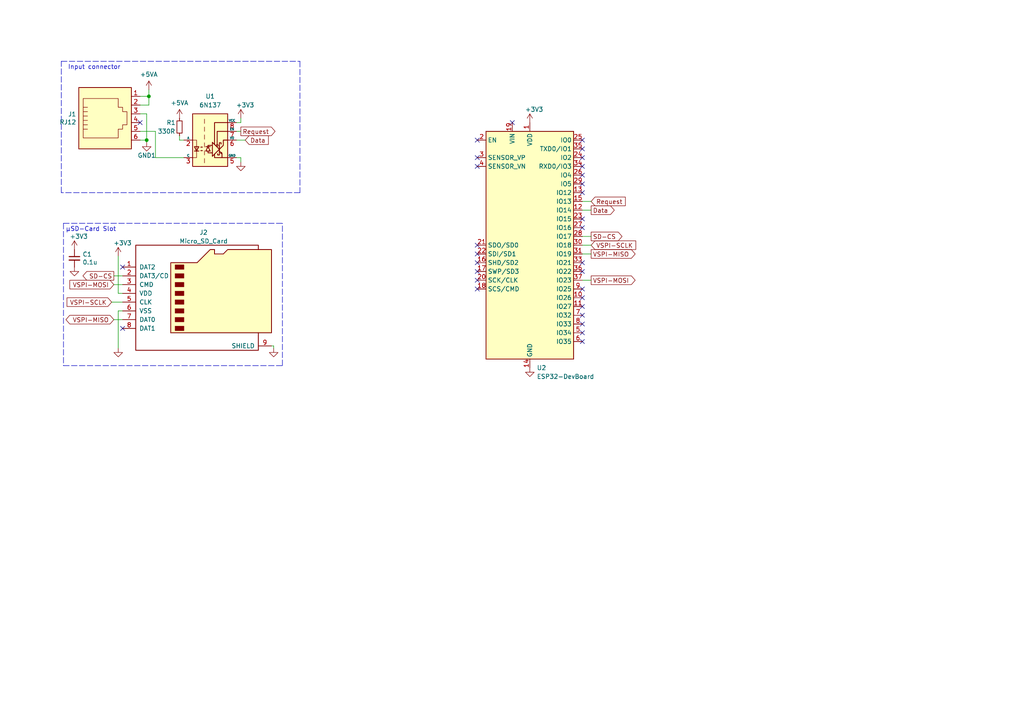
<source format=kicad_sch>
(kicad_sch (version 20211123) (generator eeschema)
  (paper "A4")
  (title_block (title "Data reading circuit") (rev "2") (company "Sani7") (comment 1 "github.com/Sani7/SEM") (comment 2 "(c) Sander Speetjens"))
  (lib_symbols
    (symbol "Connector:Micro_SD_Card" (pin_names (offset 1.016))
      (property "Reference" "J" (at -16.51 15.24 0))
      (property "Value" "Micro_SD_Card" (at 16.51 15.24 0))
      (symbol "Micro_SD_Card_0_1"
        (rectangle (start -7.62 -9.525) (end -5.08 -10.795) (fill (type outline)))
        (rectangle (start -7.62 -6.985) (end -5.08 -8.255) (fill (type outline)))
        (rectangle (start -7.62 -4.445) (end -5.08 -5.715) (fill (type outline)))
        (rectangle (start -7.62 -1.905) (end -5.08 -3.175) (fill (type outline)))
        (rectangle (start -7.62 0.635) (end -5.08 -0.635) (fill (type outline)))
        (rectangle (start -7.62 3.175) (end -5.08 1.905) (fill (type outline)))
        (rectangle (start -7.62 5.715) (end -5.08 4.445) (fill (type outline)))
        (rectangle (start -7.62 8.255) (end -5.08 6.985) (fill (type outline)))
        (polyline (pts (xy 16.51 12.7) (xy 16.51 13.97) (xy -19.05 13.97) (xy -19.05 -16.51) (xy 16.51 -16.51) (xy 16.51 -11.43)) (stroke (width 0.254)))
        (polyline (pts (xy -8.89 -11.43) (xy -8.89 8.89) (xy -1.27 8.89) (xy 2.54 12.7) (xy 3.81 12.7) (xy 3.81 11.43) (xy 6.35 11.43) (xy 7.62 12.7) (xy 20.32 12.7) (xy 20.32 -11.43) (xy -8.89 -11.43)) (stroke (width 0.254)) (fill (type background)))
      )
      (symbol "Micro_SD_Card_1_1"
        (pin bidirectional line (at -22.86 7.62 0) (length 3.81) (name "DAT2") (number "1"))
        (pin bidirectional line (at -22.86 5.08 0) (length 3.81) (name "DAT3/CD") (number "2"))
        (pin input line (at -22.86 2.54 0) (length 3.81) (name "CMD") (number "3"))
        (pin power_in line (at -22.86 0 0) (length 3.81) (name "VDD") (number "4"))
        (pin input line (at -22.86 -2.54 0) (length 3.81) (name "CLK") (number "5"))
        (pin power_in line (at -22.86 -5.08 0) (length 3.81) (name "VSS") (number "6"))
        (pin bidirectional line (at -22.86 -7.62 0) (length 3.81) (name "DAT0") (number "7"))
        (pin bidirectional line (at -22.86 -10.16 0) (length 3.81) (name "DAT1") (number "8"))
        (pin passive line (at 20.32 -15.24 180) (length 3.81) (name "SHIELD") (number "9"))
      )
    )
    (symbol "Connector:RJ12" (pin_names (offset 1.016))
      (property "Reference" "J" (at -5.08 11.43 0))
      (property "Value" "RJ12" (at 2.54 11.43 0))
      (symbol "RJ12_0_1"
        (polyline (pts (xy -6.35 -1.905) (xy -5.08 -1.905) (xy -5.08 -1.905)))
        (polyline (pts (xy -6.35 -0.635) (xy -5.08 -0.635) (xy -5.08 -0.635)))
        (polyline (pts (xy -6.35 0.635) (xy -5.08 0.635) (xy -5.08 0.635)))
        (polyline (pts (xy -6.35 1.905) (xy -5.08 1.905) (xy -5.08 1.905)))
        (polyline (pts (xy -6.35 3.175) (xy -5.08 3.175) (xy -5.08 3.175)))
        (polyline (pts (xy -5.08 4.445) (xy -6.35 4.445) (xy -6.35 4.445)))
        (polyline (pts (xy -6.35 -4.445) (xy -6.35 6.985) (xy 3.81 6.985) (xy 3.81 4.445) (xy 5.08 4.445) (xy 5.08 3.175) (xy 6.35 3.175) (xy 6.35 -0.635) (xy 5.08 -0.635) (xy 5.08 -1.905) (xy 3.81 -1.905) (xy 3.81 -4.445) (xy -6.35 -4.445) (xy -6.35 -4.445)))
        (rectangle (start 7.62 10.16) (end -7.62 -7.62) (stroke (width 0.254)) (fill (type background)))
      )
      (symbol "RJ12_1_1"
        (pin passive line (at 10.16 -5.08 180) (length 2.54) (name "~") (number "1"))
        (pin passive line (at 10.16 -2.54 180) (length 2.54) (name "~") (number "2"))
        (pin passive line (at 10.16 0 180) (length 2.54) (name "~") (number "3"))
        (pin passive line (at 10.16 2.54 180) (length 2.54) (name "~") (number "4"))
        (pin passive line (at 10.16 5.08 180) (length 2.54) (name "~") (number "5"))
        (pin passive line (at 10.16 7.62 180) (length 2.54) (name "~") (number "6"))
      )
    )
    (symbol "Device:C_Small" (pin_numbers hide) (pin_names (offset 0.254) hide)
      (property "Reference" "C" (at 0.254 1.778 0))
      (property "Value" "C_Small" (at 0.254 -2.032 0))
      (symbol "C_Small_0_1"
        (polyline (pts (xy -1.524 -0.508) (xy 1.524 -0.508)) (stroke (width 0.3302)))
        (polyline (pts (xy -1.524 0.508) (xy 1.524 0.508)) (stroke (width 0.3048)))
      )
      (symbol "C_Small_1_1"
        (pin passive line (at 0 2.54 270) (length 2.032) (name "~") (number "1"))
        (pin passive line (at 0 -2.54 90) (length 2.032) (name "~") (number "2"))
      )
    )
    (symbol "Device:R_Small" (pin_numbers hide) (pin_names (offset 0.254) hide)
      (property "Reference" "R" (at 0.762 0.508 0))
      (property "Value" "R_Small" (at 0.762 -1.016 0))
      (symbol "R_Small_0_1"
        (rectangle (start -0.762 1.778) (end 0.762 -1.778) (stroke (width 0.2032)))
      )
      (symbol "R_Small_1_1"
        (pin passive line (at 0 2.54 270) (length 0.762) (name "~") (number "1"))
        (pin passive line (at 0 -2.54 90) (length 0.762) (name "~") (number "2"))
      )
    )
    (symbol "Isolator:6N137" (pin_names (offset 0))
      (property "Reference" "U" (at -4.064 8.89 0))
      (property "Value" "6N137" (at 0 -8.89 0))
      (symbol "6N137_0_1"
        (polyline (pts (xy 2.667 -3.556) (xy 2.667 -1.651)) (stroke (width 0.254)))
        (polyline (pts (xy 2.667 -2.159) (xy 2.667 -2.921)) (stroke (width 0.254)))
        (polyline (pts (xy 3.429 -3.937) (xy 3.429 -5.08)) (stroke (width 0.254)))
        (polyline (pts (xy -0.635 -3.302) (xy -0.635 -3.683) (xy 0.635 -3.683)) (stroke (width 0.254)))
        (polyline (pts (xy -0.635 -1.905) (xy -0.635 -1.524) (xy 0.508 -1.524)) (stroke (width 0.254)))
        (polyline (pts (xy 1.27 -4.064) (xy 1.27 -5.08) (xy 5.08 -5.08)) (stroke (width 0.254)))
        (polyline (pts (xy 1.27 -1.27) (xy 1.27 5.08) (xy 5.08 5.08)) (stroke (width 0.254)))
        (polyline (pts (xy 2.032 -1.27) (xy 2.032 2.54) (xy 5.08 2.54)) (stroke (width 0.254)))
        (polyline (pts (xy -5.08 -5.08) (xy -3.937 -5.08) (xy -3.937 0) (xy -5.08 0)))
        (polyline (pts (xy 2.667 -3.302) (xy 2.667 -4.318) (xy 2.159 -4.318) (xy 2.159 -3.937)) (stroke (width 0.254)))
        (polyline (pts (xy 2.667 -2.667) (xy 0.635 -4.699) (xy 0.635 -0.635) (xy 2.667 -2.667)) (stroke (width 0.254)))
        (polyline (pts (xy 2.667 -1.778) (xy 2.667 -0.762) (xy 3.175 -0.762) (xy 3.175 -1.143)) (stroke (width 0.254)))
        (polyline (pts (xy 2.794 -2.54) (xy 3.81 -1.524) (xy 3.81 0) (xy 5.08 0)) (stroke (width 0.254)))
        (polyline (pts (xy 2.667 -3.175) (xy 3.429 -3.937) (xy 3.302 -3.556) (xy 3.048 -3.81) (xy 3.429 -3.937)) (stroke (width 0.254)))
        (circle (center 2.032 -1.524) (radius 0.254) (stroke (width 0.254)))
      )
      (symbol "6N137_1_1"
        (rectangle (start -5.08 7.62) (end 5.08 -7.62) (stroke (width 0.254)) (fill (type background)))
        (polyline (pts (xy -4.572 -3.175) (xy -3.302 -3.175)) (stroke (width 0.254)))
        (polyline (pts (xy -1.651 -5.334) (xy -1.651 -6.604)))
        (polyline (pts (xy -1.651 -3.048) (xy -1.651 -4.318)))
        (polyline (pts (xy -1.651 -0.762) (xy -1.651 -2.032)))
        (polyline (pts (xy -1.651 1.524) (xy -1.651 0.254)))
        (polyline (pts (xy -1.651 3.81) (xy -1.651 2.54)))
        (polyline (pts (xy -1.651 6.096) (xy -1.651 4.826)))
        (polyline (pts (xy -1.27 -1.905) (xy 0 -1.905)) (stroke (width 0.254)))
        (polyline (pts (xy -3.937 -3.175) (xy -4.572 -1.905) (xy -3.302 -1.905) (xy -3.937 -3.175)) (stroke (width 0.254)))
        (polyline (pts (xy -0.635 -1.905) (xy -1.27 -3.175) (xy 0 -3.175) (xy -0.635 -1.905)) (stroke (width 0.254)))
        (polyline (pts (xy -2.921 -3.048) (xy -2.159 -3.048) (xy -2.54 -3.175) (xy -2.54 -2.921) (xy -2.159 -3.048)) (stroke (width 0.127)))
        (polyline (pts (xy -2.921 -2.032) (xy -2.159 -2.032) (xy -2.54 -2.159) (xy -2.54 -1.905) (xy -2.159 -2.032)) (stroke (width 0.127)))
        (pin no_connect line (at -5.08 5.08 0) (length 2.54) hide (name "NC") (number "1"))
        (pin passive line (at -7.62 0 0) (length 2.54) (name "A") (number "2"))
        (pin passive line (at -7.62 -5.08 0) (length 2.54) (name "C") (number "3"))
        (pin power_in line (at 7.62 -5.08 180) (length 2.54) (name "GND") (number "5"))
        (pin open_collector line (at 7.62 0 180) (length 2.54) (name "VO") (number "6"))
        (pin input line (at 7.62 2.54 180) (length 2.54) (name "EN") (number "7"))
        (pin power_in line (at 7.62 5.08 180) (length 2.54) (name "VCC") (number "8"))
      )
    )
    (symbol "NodeMCU:ESP32-DevBoard"
      (property "Reference" "U" (at -12.7 34.29 0))
      (property "Value" "ESP32-DevBoard" (at 1.27 34.29 0))
      (symbol "ESP32-DevBoard_0_1"
        (rectangle (start -12.7 33.02) (end 12.7 -33.02) (stroke (width 0.254)) (fill (type background)))
      )
      (symbol "ESP32-DevBoard_1_1"
        (pin power_in line (at 0 35.56 270) (length 2.54) (name "VDD") (number "1"))
        (pin bidirectional line (at 15.24 -15.24 180) (length 2.54) (name "IO26") (number "10"))
        (pin bidirectional line (at 15.24 -17.78 180) (length 2.54) (name "IO27") (number "11"))
        (pin bidirectional line (at 15.24 10.16 180) (length 2.54) (name "IO14") (number "12"))
        (pin bidirectional line (at 15.24 15.24 180) (length 2.54) (name "IO12") (number "13"))
        (pin power_in line (at 0 -35.56 90) (length 2.54) (name "GND") (number "14"))
        (pin bidirectional line (at 15.24 12.7 180) (length 2.54) (name "IO13") (number "15"))
        (pin bidirectional line (at -15.24 -5.08 0) (length 2.54) (name "SHD/SD2") (number "16"))
        (pin bidirectional line (at -15.24 -7.62 0) (length 2.54) (name "SWP/SD3") (number "17"))
        (pin bidirectional line (at -15.24 -12.7 0) (length 2.54) (name "SCS/CMD") (number "18"))
        (pin power_in line (at -5.08 35.56 270) (length 2.54) (name "VIN") (number "19"))
        (pin input line (at -15.24 30.48 0) (length 2.54) (name "EN") (number "2"))
        (pin bidirectional line (at -15.24 -10.16 0) (length 2.54) (name "SCK/CLK") (number "20"))
        (pin bidirectional line (at -15.24 0 0) (length 2.54) (name "SDO/SD0") (number "21"))
        (pin bidirectional line (at -15.24 -2.54 0) (length 2.54) (name "SDI/SD1") (number "22"))
        (pin bidirectional line (at 15.24 7.62 180) (length 2.54) (name "IO15") (number "23"))
        (pin bidirectional line (at 15.24 25.4 180) (length 2.54) (name "IO2") (number "24"))
        (pin bidirectional line (at 15.24 30.48 180) (length 2.54) (name "IO0") (number "25"))
        (pin bidirectional line (at 15.24 20.32 180) (length 2.54) (name "IO4") (number "26"))
        (pin bidirectional line (at 15.24 5.08 180) (length 2.54) (name "IO16") (number "27"))
        (pin bidirectional line (at 15.24 2.54 180) (length 2.54) (name "IO17") (number "28"))
        (pin bidirectional line (at 15.24 17.78 180) (length 2.54) (name "IO5") (number "29"))
        (pin input line (at -15.24 25.4 0) (length 2.54) (name "SENSOR_VP") (number "3"))
        (pin bidirectional line (at 15.24 0 180) (length 2.54) (name "IO18") (number "30"))
        (pin bidirectional line (at 15.24 -2.54 180) (length 2.54) (name "IO19") (number "31"))
        (pin passive line (at 0 -35.56 90) (length 2.54) hide (name "GND") (number "32"))
        (pin bidirectional line (at 15.24 -5.08 180) (length 2.54) (name "IO21") (number "33"))
        (pin bidirectional line (at 15.24 22.86 180) (length 2.54) (name "RXD0/IO3") (number "34"))
        (pin bidirectional line (at 15.24 27.94 180) (length 2.54) (name "TXD0/IO1") (number "35"))
        (pin bidirectional line (at 15.24 -7.62 180) (length 2.54) (name "IO22") (number "36"))
        (pin bidirectional line (at 15.24 -10.16 180) (length 2.54) (name "IO23") (number "37"))
        (pin passive line (at 0 -35.56 90) (length 2.54) hide (name "GND") (number "38"))
        (pin input line (at -15.24 22.86 0) (length 2.54) (name "SENSOR_VN") (number "4"))
        (pin input line (at 15.24 -25.4 180) (length 2.54) (name "IO34") (number "5"))
        (pin input line (at 15.24 -27.94 180) (length 2.54) (name "IO35") (number "6"))
        (pin bidirectional line (at 15.24 -20.32 180) (length 2.54) (name "IO32") (number "7"))
        (pin bidirectional line (at 15.24 -22.86 180) (length 2.54) (name "IO33") (number "8"))
        (pin bidirectional line (at 15.24 -12.7 180) (length 2.54) (name "IO25") (number "9"))
      )
    )
    (symbol "power:+3.3V" (power) (pin_names (offset 0))
      (property "Value" "+3.3V" (at 0 3.556 0))
      (symbol "+3.3V_0_1"
        (polyline (pts (xy -0.762 1.27) (xy 0 2.54)))
        (polyline (pts (xy 0 0) (xy 0 2.54)))
        (polyline (pts (xy 0 2.54) (xy 0.762 1.27)))
      )
      (symbol "+3.3V_1_1"
        (pin power_in line (at 0 0 90) (length 0) hide (name "+3V3") (number "1"))
      )
    )
    (symbol "power:+5VA" (power) (pin_names (offset 0))
      (property "Value" "+5VA" (at 0 3.556 0))
      (symbol "+5VA_0_1"
        (polyline (pts (xy -0.762 1.27) (xy 0 2.54)))
        (polyline (pts (xy 0 0) (xy 0 2.54)))
        (polyline (pts (xy 0 2.54) (xy 0.762 1.27)))
      )
      (symbol "+5VA_1_1"
        (pin power_in line (at 0 0 90) (length 0) hide (name "+5VA") (number "1"))
      )
    )
    (symbol "power:GND" (power) (pin_names (offset 0))
      (property "Value" "GND" (at 0 -3.81 0))
      (symbol "GND_0_1"
        (polyline (pts (xy 0 0) (xy 0 -1.27) (xy 1.27 -1.27) (xy 0 -2.54) (xy -1.27 -1.27) (xy 0 -1.27)))
      )
      (symbol "GND_1_1"
        (pin power_in line (at 0 0 270) (length 0) hide (name "GND") (number "1"))
      )
    )
    (symbol "power:GND1" (power) (pin_names (offset 0))
      (property "Value" "GND1" (at 0 -3.81 0))
      (symbol "GND1_0_1"
        (polyline (pts (xy 0 0) (xy 0 -1.27) (xy 1.27 -1.27) (xy 0 -2.54) (xy -1.27 -1.27) (xy 0 -1.27)))
      )
      (symbol "GND1_1_1"
        (pin power_in line (at 0 0 270) (length 0) hide (name "GND1") (number "1"))
      )
    )
  )
  (junction (at 43.18 27.94))
  (junction (at 42.545 40.64))
  (no_connect (at 138.43 45.72))
  (no_connect (at 138.43 48.26))
  (no_connect (at 168.91 88.9))
  (no_connect (at 40.64 35.56))
  (no_connect (at 168.91 86.36))
  (no_connect (at 168.91 93.98))
  (no_connect (at 148.59 35.56))
  (no_connect (at 35.56 95.25))
  (no_connect (at 138.43 40.64))
  (no_connect (at 138.43 76.2))
  (no_connect (at 138.43 78.74))
  (no_connect (at 138.43 81.28))
  (no_connect (at 138.43 83.82))
  (no_connect (at 138.43 71.12))
  (no_connect (at 138.43 73.66))
  (no_connect (at 168.91 91.44))
  (no_connect (at 168.91 96.52))
  (no_connect (at 35.56 77.47))
  (no_connect (at 168.91 99.06))
  (no_connect (at 168.91 83.82))
  (no_connect (at 168.91 78.74))
  (no_connect (at 168.91 40.64))
  (no_connect (at 168.91 43.18))
  (no_connect (at 168.91 45.72))
  (no_connect (at 168.91 48.26))
  (no_connect (at 168.91 50.8))
  (no_connect (at 168.91 53.34))
  (no_connect (at 168.91 55.88))
  (no_connect (at 168.91 63.5))
  (no_connect (at 168.91 66.04))
  (no_connect (at 168.91 76.2))
  (wire (pts (xy 43.18 27.94) (xy 43.18 30.48)))
  (wire (pts (xy 171.45 71.12) (xy 168.91 71.12)))
  (polyline (pts (xy 18.415 64.77) (xy 18.415 106.045)))
  (wire (pts (xy 171.45 58.42) (xy 168.91 58.42)))
  (polyline (pts (xy 17.78 17.78) (xy 86.995 17.78)))
  (wire (pts (xy 52.07 40.64) (xy 53.34 40.64)))
  (wire (pts (xy 42.545 33.02) (xy 42.545 40.64)))
  (wire (pts (xy 45.085 45.72) (xy 53.34 45.72)))
  (wire (pts (xy 171.45 60.96) (xy 168.91 60.96)))
  (polyline (pts (xy 17.78 55.88) (xy 17.78 17.78)))
  (wire (pts (xy 79.375 100.965) (xy 79.375 100.33)))
  (wire (pts (xy 32.385 87.63) (xy 35.56 87.63)))
  (wire (pts (xy 171.45 68.58) (xy 168.91 68.58)))
  (wire (pts (xy 40.64 33.02) (xy 42.545 33.02)))
  (wire (pts (xy 35.56 85.09) (xy 34.29 85.09)))
  (polyline (pts (xy 86.995 55.88) (xy 17.78 55.88)))
  (wire (pts (xy 68.58 38.1) (xy 69.85 38.1)))
  (wire (pts (xy 69.85 45.72) (xy 69.85 46.99)))
  (wire (pts (xy 52.07 39.37) (xy 52.07 40.64)))
  (wire (pts (xy 79.375 100.33) (xy 78.74 100.33)))
  (wire (pts (xy 68.58 35.56) (xy 69.85 35.56)))
  (wire (pts (xy 33.02 80.01) (xy 35.56 80.01)))
  (polyline (pts (xy 86.995 17.78) (xy 86.995 55.88)))
  (wire (pts (xy 171.45 81.28) (xy 168.91 81.28)))
  (wire (pts (xy 43.18 26.035) (xy 43.18 27.94)))
  (wire (pts (xy 45.085 38.1) (xy 45.085 45.72)))
  (wire (pts (xy 68.58 40.64) (xy 71.12 40.64)))
  (polyline (pts (xy 81.915 106.045) (xy 81.915 64.77)))
  (wire (pts (xy 68.58 45.72) (xy 69.85 45.72)))
  (wire (pts (xy 35.56 90.17) (xy 34.29 90.17)))
  (wire (pts (xy 171.45 73.66) (xy 168.91 73.66)))
  (wire (pts (xy 34.29 90.17) (xy 34.29 100.965)))
  (wire (pts (xy 40.64 30.48) (xy 43.18 30.48)))
  (wire (pts (xy 40.64 38.1) (xy 45.085 38.1)))
  (wire (pts (xy 34.29 85.09) (xy 34.29 74.295)))
  (polyline (pts (xy 18.415 64.77) (xy 81.915 64.77)))
  (polyline (pts (xy 18.415 106.045) (xy 81.915 106.045)))
  (wire (pts (xy 69.85 35.56) (xy 69.85 34.29)))
  (wire (pts (xy 40.64 40.64) (xy 42.545 40.64)))
  (wire (pts (xy 42.545 40.64) (xy 42.545 41.275)))
  (wire (pts (xy 40.64 27.94) (xy 43.18 27.94)))
  (wire (pts (xy 33.02 82.55) (xy 35.56 82.55)))
  (wire (pts (xy 33.02 92.71) (xy 35.56 92.71)))
  (text "Input connector" (at 19.685 20.32 0) (effects (font (size 1.27 1.27)) (justify left bottom)))
  (text "µSD-Card Slot" (at 19.05 67.31 0) (effects (font (size 1.27 1.27)) (justify left bottom)))
  (global_label "SD-CS" (shape output) (at 171.45 68.58 0) (property "Intersheet References" "${INTERSHEET_REFS}" (effects hide)))
  (global_label "VSPI-MOSI" (shape input) (at 33.02 82.55 180) (property "Intersheet References" "${INTERSHEET_REFS}" (effects hide)))
  (global_label "Data" (shape output) (at 171.45 60.96 0) (property "Intersheet References" "${INTERSHEET_REFS}" (effects hide)))
  (global_label "Data" (shape input) (at 71.12 40.64 0) (property "Intersheet References" "${INTERSHEET_REFS}" (effects hide)))
  (global_label "VSPI-SCLK" (shape input) (at 171.45 71.12 0) (property "Intersheet References" "${INTERSHEET_REFS}" (effects hide)))
  (global_label "VSPI-MOSI" (shape output) (at 171.45 81.28 0) (property "Intersheet References" "${INTERSHEET_REFS}" (effects hide)))
  (global_label "SD-CS" (shape output) (at 33.02 80.01 180) (property "Intersheet References" "${INTERSHEET_REFS}" (effects hide)))
  (global_label "VSPI-MISO" (shape bidirectional) (at 33.02 92.71 180) (property "Intersheet References" "${INTERSHEET_REFS}" (effects hide)))
  (global_label "Request" (shape output) (at 69.85 38.1 0) (property "Intersheet References" "${INTERSHEET_REFS}" (effects hide)))
  (global_label "Request" (shape input) (at 171.45 58.42 0) (property "Intersheet References" "${INTERSHEET_REFS}" (effects hide)))
  (global_label "VSPI-MISO" (shape output) (at 171.45 73.66 0) (property "Intersheet References" "${INTERSHEET_REFS}" (effects hide)))
  (global_label "VSPI-SCLK" (shape input) (at 32.385 87.63 180) (property "Intersheet References" "${INTERSHEET_REFS}" (effects hide)))
  (symbol (lib_id "Device:C_Small") (at 21.59 74.93 0) (unit 1)
    (property "Reference" "C1" (at 23.9268 73.7616 0) (effects (justify left)))
    (property "Value" "0.1u" (at 23.9268 76.073 0) (effects (justify left)))
    (property "Footprint" "Capacitor_SMD:C_1812_4532Metric" (effects hide))
    (property "Datasheet" "1612213" (effects hide))
  )
  (symbol (lib_id "power:GND") (at 34.29 100.965 0) (unit 1)
    (property "Reference" "#PWR0109" (effects hide))
    (property "Value" "GND" (effects hide))
  )
  (symbol (lib_id "power:GND1") (at 42.545 41.275 0) (unit 1)
    (property "Reference" "#PWR0104" (effects hide))
    (property "Value" "GND1" (at 42.545 45.085 0))
  )
  (symbol (lib_id "power:GND") (at 153.67 106.68 0) (unit 1)
    (property "Reference" "#PWR0112" (effects hide))
    (property "Value" "GND" (effects hide))
  )
  (symbol (lib_id "Isolator:6N137") (at 60.96 40.64 0) (unit 1)
    (property "Reference" "U1" (at 60.96 27.94 0))
    (property "Value" "6N137" (at 60.96 30.48 0))
    (property "Footprint" "Package_DIP:DIP-8_W7.62mm" (effects hide))
    (property "Datasheet" "https://docs.broadcom.com/docs/AV02-0940EN" (effects hide))
  )
  (symbol (lib_id "power:+5VA") (at 52.07 34.29 0) (unit 1)
    (property "Reference" "#PWR0103" (effects hide))
    (property "Value" "+5VA" (at 52.07 29.845 0))
  )
  (symbol (lib_id "power:GND") (at 21.59 77.47 0) (unit 1)
    (property "Reference" "#PWR0106" (effects hide))
    (property "Value" "GND" (effects hide))
  )
  (symbol (lib_id "Device:R_Small") (at 52.07 36.83 0) (unit 1)
    (property "Reference" "R1" (at 48.26 35.56 0) (effects (justify left)))
    (property "Value" "330R" (at 45.72 38.1 0) (effects (justify left)))
    (property "Footprint" "Resistor_SMD:R_0603_1608Metric" (effects hide))
    (property "Datasheet" "1160359" (effects hide))
  )
  (symbol (lib_id "power:GND") (at 69.85 46.99 0) (unit 1)
    (property "Reference" "#PWR0105" (effects hide))
    (property "Value" "GND" (effects hide))
  )
  (symbol (lib_id "power:+3.3V") (at 153.67 35.56 0) (unit 1)
    (property "Reference" "#PWR0111" (effects hide))
    (property "Value" "+3.3V" (at 154.94 31.75 0))
  )
  (symbol (lib_id "Connector:Micro_SD_Card") (at 58.42 85.09 0) (unit 1)
    (property "Reference" "J2" (at 59.055 67.4202 0))
    (property "Value" "Micro_SD_Card" (at 59.055 69.9571 0))
    (property "Footprint" "SD:5009010801" (effects hide))
    (property "Datasheet" "https://www.farnell.com/datasheets/2696922.pdf" (effects hide))
  )
  (symbol (lib_id "power:+3.3V") (at 69.85 34.29 0) (unit 1)
    (property "Reference" "#PWR0102" (effects hide))
    (property "Value" "+3.3V" (at 71.12 30.48 0))
  )
  (symbol (lib_id "NodeMCU:ESP32-DevBoard") (at 153.67 71.12 0) (unit 1)
    (property "Reference" "U2" (at 155.6894 106.68 0) (effects (justify left)))
    (property "Value" "ESP32-DevBoard" (at 155.6894 109.22 0) (effects (justify left)))
    (property "Footprint" "NodeMCU:ESP32-DevBoard" (effects hide))
    (property "Datasheet" "https://www.espressif.com/sites/default/files/documentation/esp32-wroom-32_datasheet_en.pdf" (effects hide))
  )
  (symbol (lib_id "Connector:RJ12") (at 30.48 33.02 0) (mirror x) (unit 1)
    (property "Reference" "J1" (at 22.1234 33.1216 0) (effects (justify right)))
    (property "Value" "RJ12" (at 22.1234 35.433 0) (effects (justify right)))
    (property "Footprint" "Connector_RJ:RJ12_Amphenol_54601" (effects hide))
    (property "Datasheet" "2135977" (effects hide))
  )
  (symbol (lib_id "power:+5VA") (at 43.18 26.035 0) (unit 1)
    (property "Reference" "#PWR0101" (effects hide))
    (property "Value" "+5VA" (at 43.18 21.59 0))
  )
  (symbol (lib_id "power:+3.3V") (at 21.59 72.39 0) (unit 1)
    (property "Reference" "#PWR0107" (effects hide))
    (property "Value" "+3.3V" (at 22.86 68.58 0))
  )
  (symbol (lib_id "power:GND") (at 79.375 100.965 0) (unit 1)
    (property "Reference" "#PWR0110" (effects hide))
    (property "Value" "GND" (effects hide))
  )
  (symbol (lib_id "power:+3.3V") (at 34.29 74.295 0) (unit 1)
    (property "Reference" "#PWR0108" (effects hide))
    (property "Value" "+3.3V" (at 35.56 70.485 0))
  )
)
</source>
